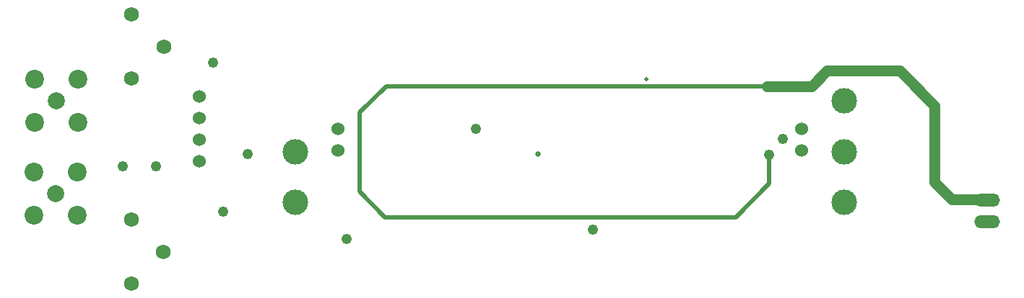
<source format=gbr>
G04 #@! TF.FileFunction,Copper,L4,Inr,Signal*
%FSLAX46Y46*%
G04 Gerber Fmt 4.6, Leading zero omitted, Abs format (unit mm)*
G04 Created by KiCad (PCBNEW 4.0.6) date 05/23/18 19:53:49*
%MOMM*%
%LPD*%
G01*
G04 APERTURE LIST*
%ADD10C,0.100000*%
%ADD11C,1.524000*%
%ADD12C,2.200000*%
%ADD13C,2.000000*%
%ADD14C,1.750000*%
%ADD15O,3.010000X1.510000*%
%ADD16C,0.508000*%
%ADD17C,1.219200*%
%ADD18C,0.650010*%
%ADD19C,2.999990*%
%ADD20C,0.500000*%
%ADD21C,1.270000*%
G04 APERTURE END LIST*
D10*
D11*
X21336000Y24638000D03*
X21336000Y27178000D03*
X21336000Y19558000D03*
X21336000Y22098000D03*
D12*
X2032000Y24130000D03*
X2032000Y29210000D03*
X7112000Y29210000D03*
X7112000Y24130000D03*
D13*
X4572000Y26670000D03*
D14*
X13395000Y36770000D03*
X13395000Y29270000D03*
X17145000Y33020000D03*
D12*
X1905000Y13208000D03*
X1905000Y18288000D03*
X6985000Y18288000D03*
X6985000Y13208000D03*
D13*
X4445000Y15748000D03*
D11*
X37592000Y20828000D03*
X37592000Y23368000D03*
D15*
X113665000Y12446000D03*
X113665000Y14986000D03*
D11*
X91948000Y20828000D03*
X91948000Y23368000D03*
D14*
X13335000Y12640000D03*
X13335000Y5140000D03*
X17085000Y8890000D03*
D16*
X73704700Y29164030D03*
D17*
X12299950Y18949920D03*
X16199870Y18949920D03*
X24100030Y13549880D03*
X22900130Y31150050D03*
X53710080Y23360130D03*
D18*
X61000130Y20400010D03*
D17*
X27010110Y20360130D03*
X67444620Y11487400D03*
X38623750Y10348210D03*
D19*
X32599880Y20649950D03*
X96899980Y20649950D03*
X96899980Y26649930D03*
X96899980Y14649960D03*
D17*
X89696040Y22130000D03*
X88141050Y20278600D03*
D19*
X32599880Y14649960D03*
D20*
X84196940Y12949940D02*
X88141050Y16894050D01*
X88141050Y16894050D02*
X88141050Y20278600D01*
X43109900Y12949940D02*
X84196940Y12949940D01*
X40132000Y15927840D02*
X43109900Y12949940D01*
X40132000Y25273000D02*
X40132000Y15927840D01*
X43208960Y28349960D02*
X40132000Y25273000D01*
X87876890Y28349960D02*
X43208960Y28349960D01*
D21*
X87876890Y28349960D02*
X93096080Y28349960D01*
X93096080Y28349960D02*
X94909890Y30164020D01*
X94909890Y30164020D02*
X103410000Y30164020D01*
X103410000Y30164020D02*
X107510070Y26063960D01*
X107510070Y26063960D02*
X107510070Y17063970D01*
X107510070Y17063970D02*
X109510070Y15063980D01*
X109510070Y15063980D02*
X113845590Y15063980D01*
X113845590Y15063980D02*
X113899950Y15009620D01*
M02*

</source>
